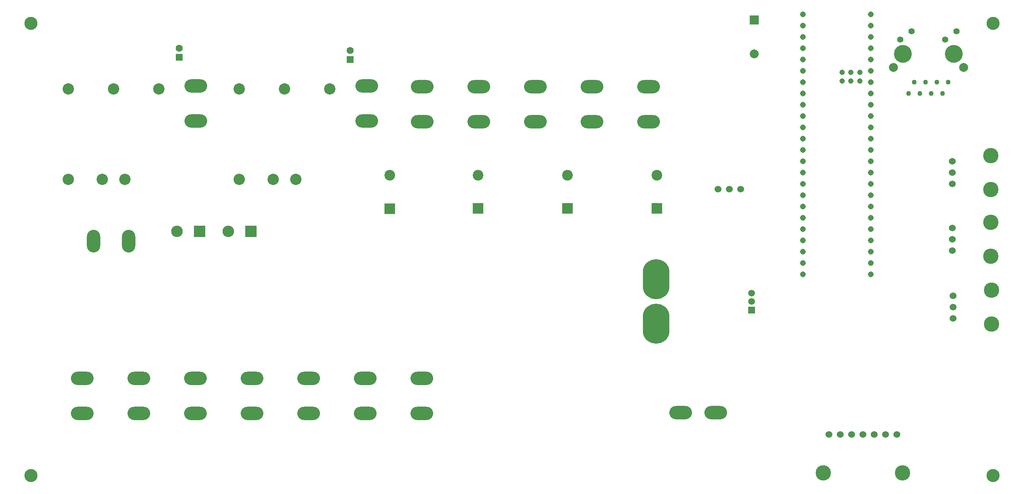
<source format=gbr>
%TF.GenerationSoftware,KiCad,Pcbnew,7.0.7*%
%TF.CreationDate,2024-03-26T21:52:30-05:00*%
%TF.ProjectId,PMS,504d532e-6b69-4636-9164-5f7063625858,rev?*%
%TF.SameCoordinates,Original*%
%TF.FileFunction,Soldermask,Bot*%
%TF.FilePolarity,Negative*%
%FSLAX46Y46*%
G04 Gerber Fmt 4.6, Leading zero omitted, Abs format (unit mm)*
G04 Created by KiCad (PCBNEW 7.0.7) date 2024-03-26 21:52:30*
%MOMM*%
%LPD*%
G01*
G04 APERTURE LIST*
G04 Aperture macros list*
%AMHorizOval*
0 Thick line with rounded ends*
0 $1 width*
0 $2 $3 position (X,Y) of the first rounded end (center of the circle)*
0 $4 $5 position (X,Y) of the second rounded end (center of the circle)*
0 Add line between two ends*
20,1,$1,$2,$3,$4,$5,0*
0 Add two circle primitives to create the rounded ends*
1,1,$1,$2,$3*
1,1,$1,$4,$5*%
G04 Aperture macros list end*
%ADD10R,2.400000X2.400000*%
%ADD11C,2.400000*%
%ADD12C,2.540000*%
%ADD13R,2.000000X2.000000*%
%ADD14C,2.000000*%
%ADD15C,2.946400*%
%ADD16R,1.500000X1.500000*%
%ADD17C,1.500000*%
%ADD18HorizOval,0.800000X0.000000X0.000000X0.000000X0.000000X0*%
%ADD19HorizOval,0.800000X0.000000X0.000000X0.000000X0.000000X0*%
%ADD20C,0.800000*%
%ADD21O,6.000000X9.000000*%
%ADD22C,1.308000*%
%ADD23C,1.208000*%
%ADD24C,1.100000*%
%ADD25C,1.400000*%
%ADD26C,4.000000*%
%ADD27C,1.524000*%
%ADD28C,3.450000*%
%ADD29R,1.600000X1.600000*%
%ADD30C,1.600000*%
%ADD31R,2.600000X2.600000*%
%ADD32O,2.600000X2.600000*%
%ADD33O,5.100000X3.000000*%
%ADD34O,3.000000X5.100000*%
G04 APERTURE END LIST*
D10*
%TO.C,C11*%
X192278000Y-131231509D03*
D11*
X192278000Y-123731509D03*
%TD*%
D12*
%TO.C,U7*%
X118618000Y-124714000D03*
X126238000Y-124714000D03*
X131318000Y-124714000D03*
X138938000Y-104394000D03*
X128778000Y-104394000D03*
X118618000Y-104394000D03*
%TD*%
D13*
%TO.C,BZ1*%
X234188000Y-88910000D03*
D14*
X234188000Y-96510000D03*
%TD*%
D15*
%TO.C,V2*%
X71882000Y-191262000D03*
%TD*%
D16*
%TO.C,U3*%
X233567000Y-154046000D03*
D17*
X233567000Y-152136000D03*
X233567000Y-150226000D03*
D18*
X211537000Y-151086000D03*
D19*
X212797000Y-151086000D03*
D20*
X210507000Y-150336000D03*
X213827000Y-150336000D03*
X210117000Y-149136000D03*
X214217000Y-149136000D03*
X210117000Y-147806000D03*
X214217000Y-147806000D03*
D21*
X212167000Y-147136000D03*
D20*
X210117000Y-146466000D03*
X214217000Y-146466000D03*
X210117000Y-145136000D03*
X214217000Y-145136000D03*
X210507000Y-143936000D03*
X213827000Y-143936000D03*
X211537000Y-143186000D03*
X212797000Y-143186000D03*
X211537000Y-161086000D03*
X212797000Y-161086000D03*
X210507000Y-160336000D03*
X213827000Y-160336000D03*
X210117000Y-159136000D03*
X214217000Y-159136000D03*
X210117000Y-157806000D03*
X214217000Y-157806000D03*
D21*
X212167000Y-157136000D03*
D20*
X210117000Y-156466000D03*
X214217000Y-156466000D03*
X210117000Y-155136000D03*
X214217000Y-155136000D03*
X210507000Y-153936000D03*
X213827000Y-153936000D03*
D19*
X211537000Y-153186000D03*
D18*
X212797000Y-153186000D03*
%TD*%
D22*
%TO.C,U1*%
X245110000Y-90170000D03*
X245110000Y-92710000D03*
X245110000Y-95250000D03*
X245110000Y-97790000D03*
X245110000Y-123190000D03*
X260350000Y-92710000D03*
X245110000Y-100330000D03*
X245110000Y-102870000D03*
X245110000Y-105410000D03*
X245110000Y-107950000D03*
X245110000Y-110490000D03*
X245110000Y-113030000D03*
X245110000Y-115570000D03*
X245110000Y-118110000D03*
X245110000Y-120650000D03*
X260350000Y-120650000D03*
X260350000Y-118110000D03*
X260350000Y-115570000D03*
X260350000Y-113030000D03*
X260350000Y-110490000D03*
X260350000Y-107950000D03*
X260350000Y-105410000D03*
X260350000Y-102870000D03*
X260350000Y-100330000D03*
X260350000Y-97790000D03*
X260350000Y-95250000D03*
X245110000Y-125730000D03*
X245110000Y-128270000D03*
X245110000Y-130810000D03*
X245110000Y-133350000D03*
X245110000Y-135890000D03*
X245110000Y-138430000D03*
X245110000Y-140970000D03*
X245110000Y-143510000D03*
X245110000Y-146050000D03*
X260350000Y-146050000D03*
X260350000Y-143510000D03*
X260350000Y-140970000D03*
X260350000Y-138430000D03*
X260350000Y-135890000D03*
X260350000Y-133350000D03*
X260350000Y-130810000D03*
X260350000Y-128270000D03*
X260350000Y-125730000D03*
X245110000Y-87630000D03*
X260350000Y-123190000D03*
X260350000Y-90170000D03*
D23*
X255900000Y-102600000D03*
X255900000Y-100600000D03*
X257900000Y-100600000D03*
X257900000Y-102600000D03*
X253900000Y-102600000D03*
X253900000Y-100600000D03*
D22*
X260350000Y-87630000D03*
%TD*%
D24*
%TO.C,J1*%
X277724000Y-102870000D03*
X276454000Y-105410000D03*
X275184000Y-102870000D03*
X273914000Y-105410000D03*
X272644000Y-102870000D03*
X271374000Y-105410000D03*
X270104000Y-102870000D03*
X268834000Y-105410000D03*
D25*
X279604000Y-91440000D03*
X277064000Y-93230000D03*
X269494000Y-91440000D03*
X266954000Y-93230000D03*
D26*
X278994000Y-96520000D03*
X267564000Y-96520000D03*
D14*
X281154000Y-99570000D03*
X265404000Y-99570000D03*
%TD*%
D27*
%TO.C,U2*%
X226060000Y-126873000D03*
X228600000Y-126873000D03*
X231140000Y-126873000D03*
%TD*%
D28*
%TO.C,Conn17*%
X287401000Y-149606000D03*
X287401000Y-157226000D03*
D27*
X278765000Y-150876000D03*
X278765000Y-153416000D03*
X278765000Y-155956000D03*
%TD*%
D29*
%TO.C,C6*%
X105156000Y-97250000D03*
D30*
X105156000Y-95250000D03*
%TD*%
D15*
%TO.C,V4*%
X71882000Y-89662000D03*
%TD*%
D10*
%TO.C,C10*%
X172212000Y-131231509D03*
D11*
X172212000Y-123731509D03*
%TD*%
D10*
%TO.C,C12*%
X152400000Y-131274755D03*
D11*
X152400000Y-123774755D03*
%TD*%
D10*
%TO.C,C13*%
X212344000Y-131231509D03*
D11*
X212344000Y-123731509D03*
%TD*%
D31*
%TO.C,D10*%
X121265000Y-136398000D03*
D32*
X116185000Y-136398000D03*
%TD*%
D15*
%TO.C,V1*%
X287782000Y-191262000D03*
%TD*%
D29*
%TO.C,C8*%
X143510000Y-97729113D03*
D30*
X143510000Y-95729113D03*
%TD*%
D15*
%TO.C,V3*%
X287782000Y-89662000D03*
%TD*%
D12*
%TO.C,U5*%
X80264000Y-124714000D03*
X87884000Y-124714000D03*
X92964000Y-124714000D03*
X100584000Y-104394000D03*
X90424000Y-104394000D03*
X80264000Y-104394000D03*
%TD*%
D28*
%TO.C,Conn19*%
X287274000Y-119380000D03*
X287274000Y-127000000D03*
D27*
X278638000Y-120650000D03*
X278638000Y-123190000D03*
X278638000Y-125730000D03*
%TD*%
D31*
%TO.C,D9*%
X109728000Y-136398000D03*
D32*
X104648000Y-136398000D03*
%TD*%
D28*
%TO.C,Conn18*%
X287274000Y-134366000D03*
X287274000Y-141986000D03*
D27*
X278638000Y-135636000D03*
X278638000Y-138176000D03*
X278638000Y-140716000D03*
%TD*%
D28*
%TO.C,Conn20*%
X267462000Y-190627000D03*
X249682000Y-190627000D03*
D27*
X266192000Y-181991000D03*
X263652000Y-181991000D03*
X261112000Y-181991000D03*
X258572000Y-181991000D03*
X256032000Y-181991000D03*
X253492000Y-181991000D03*
X250952000Y-181991000D03*
%TD*%
D33*
%TO.C,Conn9*%
X147205700Y-111555500D03*
X147205700Y-103681500D03*
%TD*%
%TO.C,Conn1*%
X159626300Y-169368500D03*
X159626300Y-177242500D03*
%TD*%
%TO.C,Conn2*%
X146926300Y-169368500D03*
X146926300Y-177242500D03*
%TD*%
%TO.C,Conn13*%
X185051700Y-111714000D03*
X185051700Y-103840000D03*
%TD*%
%TO.C,Conn4*%
X121526300Y-169368500D03*
X121526300Y-177242500D03*
%TD*%
%TO.C,Conn12*%
X172351700Y-111714000D03*
X172351700Y-103840000D03*
%TD*%
%TO.C,Conn16*%
X225552000Y-177102800D03*
X217678000Y-177102800D03*
%TD*%
%TO.C,Conn6*%
X83426300Y-169368500D03*
X83426300Y-177242500D03*
%TD*%
%TO.C,Conn15*%
X210451700Y-111714000D03*
X210451700Y-103840000D03*
%TD*%
%TO.C,Conn5*%
X108826300Y-169368500D03*
X108826300Y-177242500D03*
%TD*%
D34*
%TO.C,Conn8*%
X93775500Y-138544300D03*
X85901500Y-138544300D03*
%TD*%
D33*
%TO.C,Conn3*%
X134226300Y-169368500D03*
X134226300Y-177242500D03*
%TD*%
%TO.C,Conn7*%
X96126300Y-169368500D03*
X96126300Y-177242500D03*
%TD*%
%TO.C,Conn14*%
X197751700Y-111714000D03*
X197751700Y-103840000D03*
%TD*%
%TO.C,Conn11*%
X159651700Y-111714000D03*
X159651700Y-103840000D03*
%TD*%
%TO.C,Conn10*%
X108851700Y-111555500D03*
X108851700Y-103681500D03*
%TD*%
M02*

</source>
